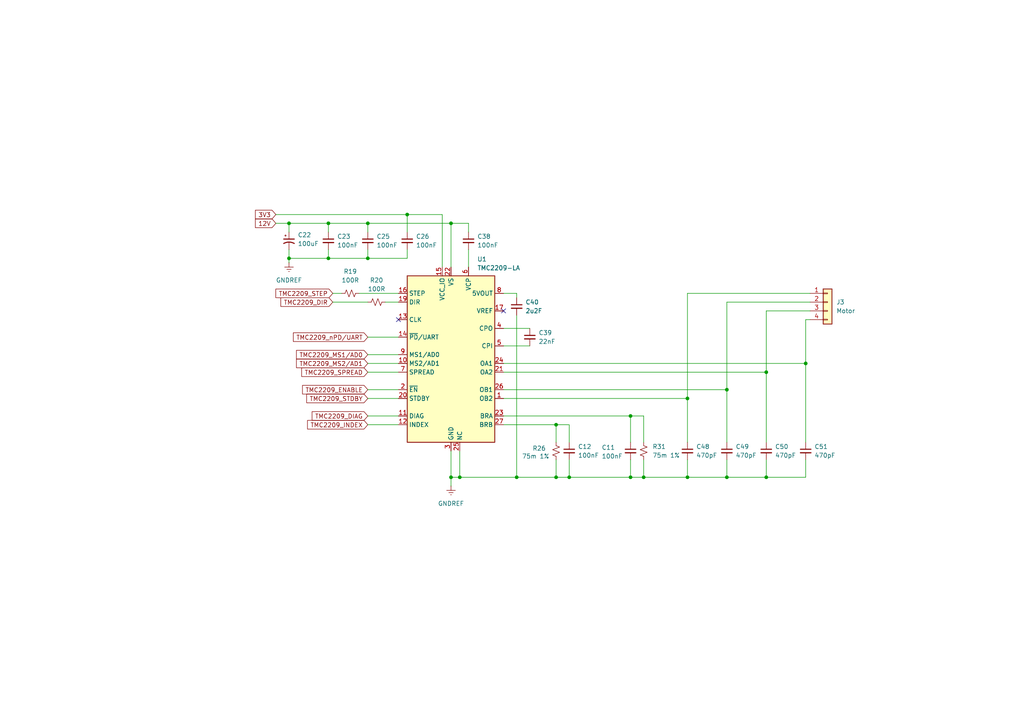
<source format=kicad_sch>
(kicad_sch (version 20250114) (generator "eeschema") (generator_version "9.0")
  (paper "A4")
  (lib_symbols
    (symbol "Connector_Generic:Conn_01x04" (pin_names (offset 1.016) (hide yes))
      (property "Reference" "J" (at 0 5.08 0))
      (property "Value" "Conn_01x04" (at 0 -7.62 0))
      (symbol "Conn_01x04_1_1"
        (rectangle (start -1.27 3.81) (end 1.27 -6.35) (stroke (width 0.254)) (fill (type background)))
        (rectangle (start -1.27 2.667) (end 0 2.413) (stroke (width 0.1524)))
        (rectangle (start -1.27 0.127) (end 0 -0.127) (stroke (width 0.1524)))
        (rectangle (start -1.27 -2.413) (end 0 -2.667) (stroke (width 0.1524)))
        (rectangle (start -1.27 -4.953) (end 0 -5.207) (stroke (width 0.1524)))
        (pin passive line (at -5.08 2.54 0) (length 3.81) (name "Pin_1") (number "1"))
        (pin passive line (at -5.08 0 0) (length 3.81) (name "Pin_2") (number "2"))
        (pin passive line (at -5.08 -2.54 0) (length 3.81) (name "Pin_3") (number "3"))
        (pin passive line (at -5.08 -5.08 0) (length 3.81) (name "Pin_4") (number "4"))
      )
    )
    (symbol "Device:C_Polarized_Small_US" (pin_numbers (hide yes)) (pin_names (offset 0.254) (hide yes))
      (property "Reference" "C" (at 0.254 1.778 0))
      (property "Value" "C_Polarized_Small_US" (at 0.254 -2.032 0))
      (symbol "C_Polarized_Small_US_0_1"
        (polyline (pts (xy -1.524 0.508) (xy 1.524 0.508)) (stroke (width 0.3048)))
        (polyline (pts (xy -1.27 1.524) (xy -0.762 1.524)))
        (polyline (pts (xy -1.016 1.27) (xy -1.016 1.778)))
        (arc (start -1.524 -0.762) (mid 0 -0.3734) (end 1.524 -0.762) (stroke (width 0.3048)))
      )
      (symbol "C_Polarized_Small_US_1_1"
        (pin passive line (at 0 2.54 270) (length 2.032) (name "~") (number "1"))
        (pin passive line (at 0 -2.54 90) (length 2.032) (name "~") (number "2"))
      )
    )
    (symbol "Device:C_Small" (pin_numbers (hide yes)) (pin_names (offset 0.254) (hide yes))
      (property "Reference" "C" (at 0.254 1.778 0))
      (property "Value" "C_Small" (at 0.254 -2.032 0))
      (symbol "C_Small_0_1"
        (polyline (pts (xy -1.524 0.508) (xy 1.524 0.508)) (stroke (width 0.3048)))
        (polyline (pts (xy -1.524 -0.508) (xy 1.524 -0.508)) (stroke (width 0.3302)))
      )
      (symbol "C_Small_1_1"
        (pin passive line (at 0 2.54 270) (length 2.032) (name "~") (number "1"))
        (pin passive line (at 0 -2.54 90) (length 2.032) (name "~") (number "2"))
      )
    )
    (symbol "Device:R_Small_US" (pin_numbers (hide yes)) (pin_names (offset 0.254) (hide yes))
      (property "Reference" "R" (at 0.762 0.508 0))
      (property "Value" "R_Small_US" (at 0.762 -1.016 0))
      (symbol "R_Small_US_1_1"
        (polyline (pts (xy 0 1.524) (xy 1.016 1.143) (xy 0 0.762) (xy -1.016 0.381) (xy 0 0)))
        (polyline (pts (xy 0 0) (xy 1.016 -0.381) (xy 0 -0.762) (xy -1.016 -1.143) (xy 0 -1.524)))
        (pin passive line (at 0 2.54 270) (length 1.016) (name "~") (number "1"))
        (pin passive line (at 0 -2.54 90) (length 1.016) (name "~") (number "2"))
      )
    )
    (symbol "Driver_Motor:TMC2209-LA"
      (property "Reference" "U" (at -11.684 26.924 0))
      (property "Value" "TMC2209-LA" (at 13.208 26.924 0))
      (symbol "TMC2209-LA_0_1"
        (rectangle (start -12.7 25.4) (end 12.7 -22.86) (stroke (width 0.254)) (fill (type background)))
      )
      (symbol "TMC2209-LA_1_1"
        (pin input line (at -15.24 20.32 0) (length 2.54) (name "STEP") (number "16"))
        (pin input line (at -15.24 17.78 0) (length 2.54) (name "DIR") (number "19"))
        (pin input line (at -15.24 12.7 0) (length 2.54) (name "CLK") (number "13"))
        (pin bidirectional line (at -15.24 7.62 0) (length 2.54) (name "~{PD}/UART") (number "14"))
        (pin input line (at -15.24 2.54 0) (length 2.54) (name "MS1/AD0") (number "9"))
        (pin input line (at -15.24 0 0) (length 2.54) (name "MS2/AD1") (number "10"))
        (pin input line (at -15.24 -2.54 0) (length 2.54) (name "SPREAD") (number "7"))
        (pin input line (at -15.24 -7.62 0) (length 2.54) (name "~{EN}") (number "2"))
        (pin input line (at -15.24 -10.16 0) (length 2.54) (name "STDBY") (number "20"))
        (pin output line (at -15.24 -15.24 0) (length 2.54) (name "DIAG") (number "11"))
        (pin output line (at -15.24 -17.78 0) (length 2.54) (name "INDEX") (number "12"))
        (pin power_in line (at -2.54 27.94 270) (length 2.54) (name "VCC_IO") (number "15"))
        (pin power_in line (at 0 27.94 270) (length 2.54) (name "VS") (number "22"))
        (pin passive line (at 0 27.94 270) (length 2.54) (hide yes) (name "VS") (number "28"))
        (pin passive line (at 0 -25.4 90) (length 2.54) (hide yes) (name "GND") (number "18"))
        (pin passive line (at 0 -25.4 90) (length 2.54) (hide yes) (name "GND") (number "29"))
        (pin power_in line (at 0 -25.4 90) (length 2.54) (name "GND") (number "3"))
        (pin passive line (at 2.54 -25.4 90) (length 2.54) (name "NC") (number "25"))
        (pin output line (at 5.08 27.94 270) (length 2.54) (name "VCP") (number "6"))
        (pin power_out line (at 15.24 20.32 180) (length 2.54) (name "5VOUT") (number "8"))
        (pin passive line (at 15.24 15.24 180) (length 2.54) (name "VREF") (number "17"))
        (pin input line (at 15.24 10.16 180) (length 2.54) (name "CPO") (number "4"))
        (pin input line (at 15.24 5.08 180) (length 2.54) (name "CPI") (number "5"))
        (pin output line (at 15.24 0 180) (length 2.54) (name "OA1") (number "24"))
        (pin output line (at 15.24 -2.54 180) (length 2.54) (name "OA2") (number "21"))
        (pin output line (at 15.24 -7.62 180) (length 2.54) (name "OB1") (number "26"))
        (pin output line (at 15.24 -10.16 180) (length 2.54) (name "OB2") (number "1"))
        (pin input line (at 15.24 -15.24 180) (length 2.54) (name "BRA") (number "23"))
        (pin input line (at 15.24 -17.78 180) (length 2.54) (name "BRB") (number "27"))
      )
    )
    (symbol "power:GNDREF" (power) (pin_numbers (hide yes)) (pin_names (offset 0) (hide yes))
      (property "Value" "GNDREF" (at 0 -3.81 0))
      (symbol "GNDREF_0_1"
        (polyline (pts (xy -0.635 -1.905) (xy 0.635 -1.905)))
        (polyline (pts (xy -0.127 -2.54) (xy 0.127 -2.54)))
        (polyline (pts (xy 0 -1.27) (xy 0 0)))
        (polyline (pts (xy 1.27 -1.27) (xy -1.27 -1.27)))
      )
      (symbol "GNDREF_1_1"
        (pin power_in line (at 0 0 270) (length 0) (name "~") (number "1"))
      )
    )
  )
  (junction (at 161.29 138.43))
  (junction (at 199.39 138.43))
  (junction (at 222.25 138.43))
  (junction (at 130.81 64.77))
  (junction (at 83.82 74.93))
  (junction (at 106.68 64.77))
  (junction (at 222.25 107.95))
  (junction (at 130.81 138.43))
  (junction (at 210.82 138.43))
  (junction (at 182.88 138.43))
  (junction (at 83.82 64.77))
  (junction (at 182.88 120.65))
  (junction (at 233.68 105.41))
  (junction (at 118.11 62.23))
  (junction (at 106.68 74.93))
  (junction (at 95.25 64.77))
  (junction (at 165.1 138.43))
  (junction (at 161.29 123.19))
  (junction (at 199.39 115.57))
  (junction (at 95.25 74.93))
  (junction (at 210.82 113.03))
  (junction (at 133.35 138.43))
  (junction (at 186.69 138.43))
  (junction (at 149.86 138.43))
  (no_connect (at 115.57 92.71))
  (no_connect (at 146.05 90.17))
  (wire (pts (xy 146.05 85.09) (xy 149.86 85.09)))
  (wire (pts (xy 186.69 138.43) (xy 199.39 138.43)))
  (wire (pts (xy 234.95 92.71) (xy 233.68 92.71)))
  (wire (pts (xy 106.68 120.65) (xy 115.57 120.65)))
  (wire (pts (xy 106.68 123.19) (xy 115.57 123.19)))
  (wire (pts (xy 135.89 72.39) (xy 135.89 77.47)))
  (wire (pts (xy 199.39 138.43) (xy 210.82 138.43)))
  (wire (pts (xy 233.68 133.35) (xy 233.68 138.43)))
  (wire (pts (xy 96.52 87.63) (xy 106.68 87.63)))
  (wire (pts (xy 95.25 72.39) (xy 95.25 74.93)))
  (wire (pts (xy 161.29 138.43) (xy 165.1 138.43)))
  (wire (pts (xy 130.81 130.81) (xy 130.81 138.43)))
  (wire (pts (xy 118.11 62.23) (xy 128.27 62.23)))
  (wire (pts (xy 80.01 62.23) (xy 118.11 62.23)))
  (wire (pts (xy 106.68 105.41) (xy 115.57 105.41)))
  (wire (pts (xy 165.1 128.27) (xy 165.1 123.19)))
  (wire (pts (xy 95.25 64.77) (xy 95.25 67.31)))
  (wire (pts (xy 106.68 64.77) (xy 130.81 64.77)))
  (wire (pts (xy 118.11 74.93) (xy 106.68 74.93)))
  (wire (pts (xy 165.1 133.35) (xy 165.1 138.43)))
  (wire (pts (xy 165.1 138.43) (xy 182.88 138.43)))
  (wire (pts (xy 133.35 138.43) (xy 133.35 130.81)))
  (wire (pts (xy 118.11 62.23) (xy 118.11 67.31)))
  (wire (pts (xy 96.52 85.09) (xy 99.06 85.09)))
  (wire (pts (xy 234.95 85.09) (xy 199.39 85.09)))
  (wire (pts (xy 149.86 91.44) (xy 149.86 138.43)))
  (wire (pts (xy 118.11 72.39) (xy 118.11 74.93)))
  (wire (pts (xy 186.69 133.35) (xy 186.69 138.43)))
  (wire (pts (xy 161.29 128.27) (xy 161.29 123.19)))
  (wire (pts (xy 146.05 123.19) (xy 161.29 123.19)))
  (wire (pts (xy 106.68 107.95) (xy 115.57 107.95)))
  (wire (pts (xy 106.68 72.39) (xy 106.68 74.93)))
  (wire (pts (xy 149.86 138.43) (xy 161.29 138.43)))
  (wire (pts (xy 106.68 113.03) (xy 115.57 113.03)))
  (wire (pts (xy 146.05 115.57) (xy 199.39 115.57)))
  (wire (pts (xy 146.05 105.41) (xy 233.68 105.41)))
  (wire (pts (xy 104.14 85.09) (xy 115.57 85.09)))
  (wire (pts (xy 210.82 87.63) (xy 210.82 113.03)))
  (wire (pts (xy 222.25 138.43) (xy 233.68 138.43)))
  (wire (pts (xy 106.68 64.77) (xy 106.68 67.31)))
  (wire (pts (xy 106.68 97.79) (xy 115.57 97.79)))
  (wire (pts (xy 83.82 64.77) (xy 95.25 64.77)))
  (wire (pts (xy 233.68 105.41) (xy 233.68 128.27)))
  (wire (pts (xy 234.95 90.17) (xy 222.25 90.17)))
  (wire (pts (xy 210.82 128.27) (xy 210.82 113.03)))
  (wire (pts (xy 83.82 74.93) (xy 83.82 72.39)))
  (wire (pts (xy 199.39 133.35) (xy 199.39 138.43)))
  (wire (pts (xy 146.05 107.95) (xy 222.25 107.95)))
  (wire (pts (xy 80.01 64.77) (xy 83.82 64.77)))
  (wire (pts (xy 222.25 128.27) (xy 222.25 107.95)))
  (wire (pts (xy 210.82 133.35) (xy 210.82 138.43)))
  (wire (pts (xy 210.82 138.43) (xy 222.25 138.43)))
  (wire (pts (xy 83.82 64.77) (xy 83.82 67.31)))
  (wire (pts (xy 234.95 87.63) (xy 210.82 87.63)))
  (wire (pts (xy 182.88 120.65) (xy 182.88 128.27)))
  (wire (pts (xy 161.29 133.35) (xy 161.29 138.43)))
  (wire (pts (xy 95.25 64.77) (xy 106.68 64.77)))
  (wire (pts (xy 165.1 123.19) (xy 161.29 123.19)))
  (wire (pts (xy 182.88 133.35) (xy 182.88 138.43)))
  (wire (pts (xy 146.05 113.03) (xy 210.82 113.03)))
  (wire (pts (xy 186.69 120.65) (xy 182.88 120.65)))
  (wire (pts (xy 130.81 64.77) (xy 130.81 77.47)))
  (wire (pts (xy 222.25 90.17) (xy 222.25 107.95)))
  (wire (pts (xy 149.86 85.09) (xy 149.86 86.36)))
  (wire (pts (xy 106.68 115.57) (xy 115.57 115.57)))
  (wire (pts (xy 130.81 64.77) (xy 135.89 64.77)))
  (wire (pts (xy 83.82 74.93) (xy 83.82 76.2)))
  (wire (pts (xy 95.25 74.93) (xy 83.82 74.93)))
  (wire (pts (xy 146.05 120.65) (xy 182.88 120.65)))
  (wire (pts (xy 199.39 128.27) (xy 199.39 115.57)))
  (wire (pts (xy 222.25 133.35) (xy 222.25 138.43)))
  (wire (pts (xy 111.76 87.63) (xy 115.57 87.63)))
  (wire (pts (xy 135.89 64.77) (xy 135.89 67.31)))
  (wire (pts (xy 186.69 128.27) (xy 186.69 120.65)))
  (wire (pts (xy 130.81 138.43) (xy 133.35 138.43)))
  (wire (pts (xy 146.05 95.25) (xy 153.67 95.25)))
  (wire (pts (xy 133.35 138.43) (xy 149.86 138.43)))
  (wire (pts (xy 199.39 85.09) (xy 199.39 115.57)))
  (wire (pts (xy 146.05 100.33) (xy 153.67 100.33)))
  (wire (pts (xy 130.81 138.43) (xy 130.81 140.97)))
  (wire (pts (xy 182.88 138.43) (xy 186.69 138.43)))
  (wire (pts (xy 128.27 62.23) (xy 128.27 77.47)))
  (wire (pts (xy 106.68 102.87) (xy 115.57 102.87)))
  (wire (pts (xy 106.68 74.93) (xy 95.25 74.93)))
  (wire (pts (xy 233.68 92.71) (xy 233.68 105.41)))
  (global_label "TMC2209_STEP" (shape input) (at 96.52 85.09 180) (property "Intersheetrefs" "${INTERSHEET_REFS}" (effects (hide yes))))
  (global_label "TMC2209_STDBY" (shape input) (at 106.68 115.57 180) (property "Intersheetrefs" "${INTERSHEET_REFS}" (effects (hide yes))))
  (global_label "TMC2209_DIAG" (shape input) (at 106.68 120.65 180) (property "Intersheetrefs" "${INTERSHEET_REFS}" (effects (hide yes))))
  (global_label "TMC2209_SPREAD" (shape input) (at 106.68 107.95 180) (property "Intersheetrefs" "${INTERSHEET_REFS}" (effects (hide yes))))
  (global_label "12V" (shape input) (at 80.01 64.77 180) (property "Intersheetrefs" "${INTERSHEET_REFS}" (effects (hide yes))))
  (global_label "TMC2209_DIR" (shape input) (at 96.52 87.63 180) (property "Intersheetrefs" "${INTERSHEET_REFS}" (effects (hide yes))))
  (global_label "TMC2209_MS2{slash}AD1" (shape input) (at 106.68 105.41 180) (property "Intersheetrefs" "${INTERSHEET_REFS}" (effects (hide yes))))
  (global_label "TMC2209_nPD{slash}UART" (shape input) (at 106.68 97.79 180) (property "Intersheetrefs" "${INTERSHEET_REFS}" (effects (hide yes))))
  (global_label "TMC2209_INDEX" (shape input) (at 106.68 123.19 180) (property "Intersheetrefs" "${INTERSHEET_REFS}" (effects (hide yes))))
  (global_label "3V3" (shape input) (at 80.01 62.23 180) (property "Intersheetrefs" "${INTERSHEET_REFS}" (effects (hide yes))))
  (global_label "TMC2209_MS1{slash}AD0" (shape input) (at 106.68 102.87 180) (property "Intersheetrefs" "${INTERSHEET_REFS}" (effects (hide yes))))
  (global_label "TMC2209_ENABLE" (shape input) (at 106.68 113.03 180) (property "Intersheetrefs" "${INTERSHEET_REFS}" (effects (hide yes))))
  (symbol (lib_id "Device:C_Small") (at 149.86 88.9 0) (unit 1)
    (property "Reference" "C40" (at 152.4 87.6362 0) (effects (justify left)))
    (property "Value" "2u2F" (at 152.4 90.1762 0) (effects (justify left)))
    (property "Description" "Unpolarized capacitor, small symbol" (effects (hide yes)))
  )
  (symbol (lib_id "Device:C_Small") (at 165.1 130.81 0) (unit 1)
    (property "Reference" "C12" (at 167.64 129.5462 0) (effects (justify left)))
    (property "Value" "100nF" (at 167.64 132.0862 0) (effects (justify left)))
    (property "Description" "Unpolarized capacitor, small symbol" (effects (hide yes)))
  )
  (symbol (lib_id "power:GNDREF") (at 130.81 140.97 0) (unit 1)
    (property "Reference" "#PWR012" (effects (hide yes)))
    (property "Value" "GNDREF" (at 130.81 146.05 0))
    (property "Description" "Power symbol creates a global label with name \"GNDREF\" , reference supply ground" (effects (hide yes)))
  )
  (symbol (lib_id "Connector_Generic:Conn_01x04") (at 240.03 87.63 0) (unit 1)
    (property "Reference" "J3" (at 242.57 87.6299 0) (effects (justify left)))
    (property "Value" "Motor" (at 242.57 90.1699 0) (effects (justify left)))
    (property "Description" "Generic connector, single row, 01x04, script generated (kicad-library-utils/schlib/autogen/connector/)" (effects (hide yes)))
  )
  (symbol (lib_id "Device:C_Small") (at 222.25 130.81 0) (unit 1)
    (property "Reference" "C50" (at 224.79 129.5462 0) (effects (justify left)))
    (property "Value" "470pF" (at 224.79 132.0862 0) (effects (justify left)))
    (property "Description" "Unpolarized capacitor, small symbol" (effects (hide yes)))
  )
  (symbol (lib_id "Driver_Motor:TMC2209-LA") (at 130.81 105.41 0) (unit 1)
    (property "Reference" "U1" (at 138.43 75.184 0) (effects (justify left)))
    (property "Value" "TMC2209-LA" (at 138.43 77.724 0) (effects (justify left)))
    (property "Footprint" "Package_DFN_QFN:VQFN-28-1EP_5x5mm_P0.5mm_EP3.7x3.7mm_ThermalVias" (effects (hide yes)))
    (property "Datasheet" "https://www.analog.com/media/en/technical-documentation/data-sheets/TMC2209_datasheet_rev1.09.pdf" (effects (hide yes)))
    (property "Description" "2-phase stepper motor driver, 256 µSteps, 2.8A peak, 2.0A RMS, VS = 4.75..29V, STEP/DIR and UART interface, VQFN-28" (effects (hide yes)))
  )
  (symbol (lib_id "Device:R_Small_US") (at 186.69 130.81 0) (unit 1)
    (property "Reference" "R31" (at 189.23 129.5399 0) (effects (justify left)))
    (property "Value" "75m 1%" (at 189.23 132.0799 0) (effects (justify left)))
    (property "Description" "Resistor, small US symbol" (effects (hide yes)))
  )
  (symbol (lib_id "Device:R_Small_US") (at 161.29 130.81 0) (unit 1)
    (property "Reference" "R26" (at 154.432 130.048 0) (effects (justify left)))
    (property "Value" "75m 1%" (at 151.384 132.334 0) (effects (justify left)))
    (property "Description" "Resistor, small US symbol" (effects (hide yes)))
  )
  (symbol (lib_id "Device:C_Small") (at 199.39 130.81 0) (unit 1)
    (property "Reference" "C48" (at 201.93 129.5462 0) (effects (justify left)))
    (property "Value" "470pF" (at 201.93 132.0862 0) (effects (justify left)))
    (property "Description" "Unpolarized capacitor, small symbol" (effects (hide yes)))
  )
  (symbol (lib_id "Device:C_Polarized_Small_US") (at 83.82 69.85 0) (unit 1)
    (property "Reference" "C22" (at 86.36 68.1481 0) (effects (justify left)))
    (property "Value" "100uF" (at 86.36 70.6881 0) (effects (justify left)))
    (property "Description" "Polarized capacitor, small US symbol" (effects (hide yes)))
  )
  (symbol (lib_id "Device:R_Small_US") (at 109.22 87.63 90) (unit 1)
    (property "Reference" "R20" (at 109.22 81.28 90))
    (property "Value" "100R" (at 109.22 83.82 90))
    (property "Description" "Resistor, small US symbol" (effects (hide yes)))
  )
  (symbol (lib_id "Device:C_Small") (at 182.88 130.81 0) (unit 1)
    (property "Reference" "C11" (at 174.498 129.794 0) (effects (justify left)))
    (property "Value" "100nF" (at 174.498 132.334 0) (effects (justify left)))
    (property "Description" "Unpolarized capacitor, small symbol" (effects (hide yes)))
  )
  (symbol (lib_id "Device:C_Small") (at 106.68 69.85 0) (unit 1)
    (property "Reference" "C25" (at 109.22 68.5862 0) (effects (justify left)))
    (property "Value" "100nF" (at 109.22 71.1262 0) (effects (justify left)))
    (property "Description" "Unpolarized capacitor, small symbol" (effects (hide yes)))
  )
  (symbol (lib_id "Device:C_Small") (at 210.82 130.81 0) (unit 1)
    (property "Reference" "C49" (at 213.36 129.5462 0) (effects (justify left)))
    (property "Value" "470pF" (at 213.36 132.0862 0) (effects (justify left)))
    (property "Description" "Unpolarized capacitor, small symbol" (effects (hide yes)))
  )
  (symbol (lib_id "Device:R_Small_US") (at 101.6 85.09 90) (unit 1)
    (property "Reference" "R19" (at 101.6 78.74 90))
    (property "Value" "100R" (at 101.6 81.28 90))
    (property "Description" "Resistor, small US symbol" (effects (hide yes)))
  )
  (symbol (lib_id "Device:C_Small") (at 95.25 69.85 0) (unit 1)
    (property "Reference" "C23" (at 97.79 68.5862 0) (effects (justify left)))
    (property "Value" "100nF" (at 97.79 71.1262 0) (effects (justify left)))
    (property "Description" "Unpolarized capacitor, small symbol" (effects (hide yes)))
  )
  (symbol (lib_id "Device:C_Small") (at 118.11 69.85 0) (unit 1)
    (property "Reference" "C26" (at 120.65 68.5862 0) (effects (justify left)))
    (property "Value" "100nF" (at 120.65 71.1262 0) (effects (justify left)))
    (property "Description" "Unpolarized capacitor, small symbol" (effects (hide yes)))
  )
  (symbol (lib_id "Device:C_Small") (at 135.89 69.85 0) (unit 1)
    (property "Reference" "C38" (at 138.43 68.5862 0) (effects (justify left)))
    (property "Value" "100nF" (at 138.43 71.1262 0) (effects (justify left)))
    (property "Description" "Unpolarized capacitor, small symbol" (effects (hide yes)))
  )
  (symbol (lib_id "Device:C_Small") (at 233.68 130.81 0) (unit 1)
    (property "Reference" "C51" (at 236.22 129.5462 0) (effects (justify left)))
    (property "Value" "470pF" (at 236.22 132.0862 0) (effects (justify left)))
    (property "Description" "Unpolarized capacitor, small symbol" (effects (hide yes)))
  )
  (symbol (lib_id "power:GNDREF") (at 83.82 76.2 0) (unit 1)
    (property "Reference" "#PWR011" (effects (hide yes)))
    (property "Value" "GNDREF" (at 83.82 81.28 0))
    (property "Description" "Power symbol creates a global label with name \"GNDREF\" , reference supply ground" (effects (hide yes)))
  )
  (symbol (lib_id "Device:C_Small") (at 153.67 97.79 0) (unit 1)
    (property "Reference" "C39" (at 156.21 96.5262 0) (effects (justify left)))
    (property "Value" "22nF" (at 156.21 99.0662 0) (effects (justify left)))
    (property "Description" "Unpolarized capacitor, small symbol" (effects (hide yes)))
  )
)
</source>
